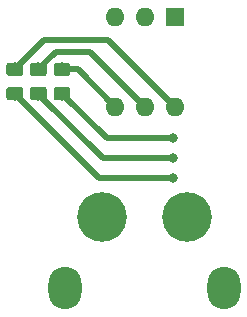
<source format=gbr>
G04 #@! TF.GenerationSoftware,KiCad,Pcbnew,5.0.2-bee76a0~70~ubuntu16.04.1*
G04 #@! TF.CreationDate,2019-11-03T02:02:15+01:00*
G04 #@! TF.ProjectId,lamp,6c616d70-2e6b-4696-9361-645f70636258,rev?*
G04 #@! TF.SameCoordinates,Original*
G04 #@! TF.FileFunction,Copper,L1,Top*
G04 #@! TF.FilePolarity,Positive*
%FSLAX46Y46*%
G04 Gerber Fmt 4.6, Leading zero omitted, Abs format (unit mm)*
G04 Created by KiCad (PCBNEW 5.0.2-bee76a0~70~ubuntu16.04.1) date Sun 03 Nov 2019 02:02:15 AM CET*
%MOMM*%
%LPD*%
G01*
G04 APERTURE LIST*
G04 #@! TA.AperFunction,ComponentPad*
%ADD10C,4.200000*%
G04 #@! TD*
G04 #@! TA.AperFunction,ComponentPad*
%ADD11O,2.800000X3.600000*%
G04 #@! TD*
G04 #@! TA.AperFunction,Conductor*
%ADD12C,0.100000*%
G04 #@! TD*
G04 #@! TA.AperFunction,SMDPad,CuDef*
%ADD13C,1.150000*%
G04 #@! TD*
G04 #@! TA.AperFunction,ComponentPad*
%ADD14R,1.600000X1.600000*%
G04 #@! TD*
G04 #@! TA.AperFunction,ComponentPad*
%ADD15O,1.600000X1.600000*%
G04 #@! TD*
G04 #@! TA.AperFunction,ViaPad*
%ADD16C,0.800000*%
G04 #@! TD*
G04 #@! TA.AperFunction,Conductor*
%ADD17C,0.500000*%
G04 #@! TD*
G04 APERTURE END LIST*
D10*
G04 #@! TO.P,J1,1*
G04 #@! TO.N,GND*
X91400000Y-100000000D03*
G04 #@! TO.P,J1,2*
G04 #@! TO.N,Net-(J1-Pad2)*
X98600000Y-100000000D03*
D11*
G04 #@! TO.P,J1,*
G04 #@! TO.N,*
X88250000Y-106000000D03*
X101750000Y-106000000D03*
G04 #@! TD*
D12*
G04 #@! TO.N,Net-(D1-Pad6)*
G04 #@! TO.C,R1*
G36*
X84474505Y-88951204D02*
X84498773Y-88954804D01*
X84522572Y-88960765D01*
X84545671Y-88969030D01*
X84567850Y-88979520D01*
X84588893Y-88992132D01*
X84608599Y-89006747D01*
X84626777Y-89023223D01*
X84643253Y-89041401D01*
X84657868Y-89061107D01*
X84670480Y-89082150D01*
X84680970Y-89104329D01*
X84689235Y-89127428D01*
X84695196Y-89151227D01*
X84698796Y-89175495D01*
X84700000Y-89199999D01*
X84700000Y-89850001D01*
X84698796Y-89874505D01*
X84695196Y-89898773D01*
X84689235Y-89922572D01*
X84680970Y-89945671D01*
X84670480Y-89967850D01*
X84657868Y-89988893D01*
X84643253Y-90008599D01*
X84626777Y-90026777D01*
X84608599Y-90043253D01*
X84588893Y-90057868D01*
X84567850Y-90070480D01*
X84545671Y-90080970D01*
X84522572Y-90089235D01*
X84498773Y-90095196D01*
X84474505Y-90098796D01*
X84450001Y-90100000D01*
X83549999Y-90100000D01*
X83525495Y-90098796D01*
X83501227Y-90095196D01*
X83477428Y-90089235D01*
X83454329Y-90080970D01*
X83432150Y-90070480D01*
X83411107Y-90057868D01*
X83391401Y-90043253D01*
X83373223Y-90026777D01*
X83356747Y-90008599D01*
X83342132Y-89988893D01*
X83329520Y-89967850D01*
X83319030Y-89945671D01*
X83310765Y-89922572D01*
X83304804Y-89898773D01*
X83301204Y-89874505D01*
X83300000Y-89850001D01*
X83300000Y-89199999D01*
X83301204Y-89175495D01*
X83304804Y-89151227D01*
X83310765Y-89127428D01*
X83319030Y-89104329D01*
X83329520Y-89082150D01*
X83342132Y-89061107D01*
X83356747Y-89041401D01*
X83373223Y-89023223D01*
X83391401Y-89006747D01*
X83411107Y-88992132D01*
X83432150Y-88979520D01*
X83454329Y-88969030D01*
X83477428Y-88960765D01*
X83501227Y-88954804D01*
X83525495Y-88951204D01*
X83549999Y-88950000D01*
X84450001Y-88950000D01*
X84474505Y-88951204D01*
X84474505Y-88951204D01*
G37*
D13*
G04 #@! TD*
G04 #@! TO.P,R1,1*
G04 #@! TO.N,Net-(D1-Pad6)*
X84000000Y-89525000D03*
D12*
G04 #@! TO.N,Net-(R1-Pad2)*
G04 #@! TO.C,R1*
G36*
X84474505Y-86901204D02*
X84498773Y-86904804D01*
X84522572Y-86910765D01*
X84545671Y-86919030D01*
X84567850Y-86929520D01*
X84588893Y-86942132D01*
X84608599Y-86956747D01*
X84626777Y-86973223D01*
X84643253Y-86991401D01*
X84657868Y-87011107D01*
X84670480Y-87032150D01*
X84680970Y-87054329D01*
X84689235Y-87077428D01*
X84695196Y-87101227D01*
X84698796Y-87125495D01*
X84700000Y-87149999D01*
X84700000Y-87800001D01*
X84698796Y-87824505D01*
X84695196Y-87848773D01*
X84689235Y-87872572D01*
X84680970Y-87895671D01*
X84670480Y-87917850D01*
X84657868Y-87938893D01*
X84643253Y-87958599D01*
X84626777Y-87976777D01*
X84608599Y-87993253D01*
X84588893Y-88007868D01*
X84567850Y-88020480D01*
X84545671Y-88030970D01*
X84522572Y-88039235D01*
X84498773Y-88045196D01*
X84474505Y-88048796D01*
X84450001Y-88050000D01*
X83549999Y-88050000D01*
X83525495Y-88048796D01*
X83501227Y-88045196D01*
X83477428Y-88039235D01*
X83454329Y-88030970D01*
X83432150Y-88020480D01*
X83411107Y-88007868D01*
X83391401Y-87993253D01*
X83373223Y-87976777D01*
X83356747Y-87958599D01*
X83342132Y-87938893D01*
X83329520Y-87917850D01*
X83319030Y-87895671D01*
X83310765Y-87872572D01*
X83304804Y-87848773D01*
X83301204Y-87824505D01*
X83300000Y-87800001D01*
X83300000Y-87149999D01*
X83301204Y-87125495D01*
X83304804Y-87101227D01*
X83310765Y-87077428D01*
X83319030Y-87054329D01*
X83329520Y-87032150D01*
X83342132Y-87011107D01*
X83356747Y-86991401D01*
X83373223Y-86973223D01*
X83391401Y-86956747D01*
X83411107Y-86942132D01*
X83432150Y-86929520D01*
X83454329Y-86919030D01*
X83477428Y-86910765D01*
X83501227Y-86904804D01*
X83525495Y-86901204D01*
X83549999Y-86900000D01*
X84450001Y-86900000D01*
X84474505Y-86901204D01*
X84474505Y-86901204D01*
G37*
D13*
G04 #@! TD*
G04 #@! TO.P,R1,2*
G04 #@! TO.N,Net-(R1-Pad2)*
X84000000Y-87475000D03*
D12*
G04 #@! TO.N,Net-(R2-Pad2)*
G04 #@! TO.C,R2*
G36*
X86474505Y-86901204D02*
X86498773Y-86904804D01*
X86522572Y-86910765D01*
X86545671Y-86919030D01*
X86567850Y-86929520D01*
X86588893Y-86942132D01*
X86608599Y-86956747D01*
X86626777Y-86973223D01*
X86643253Y-86991401D01*
X86657868Y-87011107D01*
X86670480Y-87032150D01*
X86680970Y-87054329D01*
X86689235Y-87077428D01*
X86695196Y-87101227D01*
X86698796Y-87125495D01*
X86700000Y-87149999D01*
X86700000Y-87800001D01*
X86698796Y-87824505D01*
X86695196Y-87848773D01*
X86689235Y-87872572D01*
X86680970Y-87895671D01*
X86670480Y-87917850D01*
X86657868Y-87938893D01*
X86643253Y-87958599D01*
X86626777Y-87976777D01*
X86608599Y-87993253D01*
X86588893Y-88007868D01*
X86567850Y-88020480D01*
X86545671Y-88030970D01*
X86522572Y-88039235D01*
X86498773Y-88045196D01*
X86474505Y-88048796D01*
X86450001Y-88050000D01*
X85549999Y-88050000D01*
X85525495Y-88048796D01*
X85501227Y-88045196D01*
X85477428Y-88039235D01*
X85454329Y-88030970D01*
X85432150Y-88020480D01*
X85411107Y-88007868D01*
X85391401Y-87993253D01*
X85373223Y-87976777D01*
X85356747Y-87958599D01*
X85342132Y-87938893D01*
X85329520Y-87917850D01*
X85319030Y-87895671D01*
X85310765Y-87872572D01*
X85304804Y-87848773D01*
X85301204Y-87824505D01*
X85300000Y-87800001D01*
X85300000Y-87149999D01*
X85301204Y-87125495D01*
X85304804Y-87101227D01*
X85310765Y-87077428D01*
X85319030Y-87054329D01*
X85329520Y-87032150D01*
X85342132Y-87011107D01*
X85356747Y-86991401D01*
X85373223Y-86973223D01*
X85391401Y-86956747D01*
X85411107Y-86942132D01*
X85432150Y-86929520D01*
X85454329Y-86919030D01*
X85477428Y-86910765D01*
X85501227Y-86904804D01*
X85525495Y-86901204D01*
X85549999Y-86900000D01*
X86450001Y-86900000D01*
X86474505Y-86901204D01*
X86474505Y-86901204D01*
G37*
D13*
G04 #@! TD*
G04 #@! TO.P,R2,2*
G04 #@! TO.N,Net-(R2-Pad2)*
X86000000Y-87475000D03*
D12*
G04 #@! TO.N,Net-(D1-Pad5)*
G04 #@! TO.C,R2*
G36*
X86474505Y-88951204D02*
X86498773Y-88954804D01*
X86522572Y-88960765D01*
X86545671Y-88969030D01*
X86567850Y-88979520D01*
X86588893Y-88992132D01*
X86608599Y-89006747D01*
X86626777Y-89023223D01*
X86643253Y-89041401D01*
X86657868Y-89061107D01*
X86670480Y-89082150D01*
X86680970Y-89104329D01*
X86689235Y-89127428D01*
X86695196Y-89151227D01*
X86698796Y-89175495D01*
X86700000Y-89199999D01*
X86700000Y-89850001D01*
X86698796Y-89874505D01*
X86695196Y-89898773D01*
X86689235Y-89922572D01*
X86680970Y-89945671D01*
X86670480Y-89967850D01*
X86657868Y-89988893D01*
X86643253Y-90008599D01*
X86626777Y-90026777D01*
X86608599Y-90043253D01*
X86588893Y-90057868D01*
X86567850Y-90070480D01*
X86545671Y-90080970D01*
X86522572Y-90089235D01*
X86498773Y-90095196D01*
X86474505Y-90098796D01*
X86450001Y-90100000D01*
X85549999Y-90100000D01*
X85525495Y-90098796D01*
X85501227Y-90095196D01*
X85477428Y-90089235D01*
X85454329Y-90080970D01*
X85432150Y-90070480D01*
X85411107Y-90057868D01*
X85391401Y-90043253D01*
X85373223Y-90026777D01*
X85356747Y-90008599D01*
X85342132Y-89988893D01*
X85329520Y-89967850D01*
X85319030Y-89945671D01*
X85310765Y-89922572D01*
X85304804Y-89898773D01*
X85301204Y-89874505D01*
X85300000Y-89850001D01*
X85300000Y-89199999D01*
X85301204Y-89175495D01*
X85304804Y-89151227D01*
X85310765Y-89127428D01*
X85319030Y-89104329D01*
X85329520Y-89082150D01*
X85342132Y-89061107D01*
X85356747Y-89041401D01*
X85373223Y-89023223D01*
X85391401Y-89006747D01*
X85411107Y-88992132D01*
X85432150Y-88979520D01*
X85454329Y-88969030D01*
X85477428Y-88960765D01*
X85501227Y-88954804D01*
X85525495Y-88951204D01*
X85549999Y-88950000D01*
X86450001Y-88950000D01*
X86474505Y-88951204D01*
X86474505Y-88951204D01*
G37*
D13*
G04 #@! TD*
G04 #@! TO.P,R2,1*
G04 #@! TO.N,Net-(D1-Pad5)*
X86000000Y-89525000D03*
D12*
G04 #@! TO.N,Net-(D1-Pad4)*
G04 #@! TO.C,R3*
G36*
X88474505Y-88951204D02*
X88498773Y-88954804D01*
X88522572Y-88960765D01*
X88545671Y-88969030D01*
X88567850Y-88979520D01*
X88588893Y-88992132D01*
X88608599Y-89006747D01*
X88626777Y-89023223D01*
X88643253Y-89041401D01*
X88657868Y-89061107D01*
X88670480Y-89082150D01*
X88680970Y-89104329D01*
X88689235Y-89127428D01*
X88695196Y-89151227D01*
X88698796Y-89175495D01*
X88700000Y-89199999D01*
X88700000Y-89850001D01*
X88698796Y-89874505D01*
X88695196Y-89898773D01*
X88689235Y-89922572D01*
X88680970Y-89945671D01*
X88670480Y-89967850D01*
X88657868Y-89988893D01*
X88643253Y-90008599D01*
X88626777Y-90026777D01*
X88608599Y-90043253D01*
X88588893Y-90057868D01*
X88567850Y-90070480D01*
X88545671Y-90080970D01*
X88522572Y-90089235D01*
X88498773Y-90095196D01*
X88474505Y-90098796D01*
X88450001Y-90100000D01*
X87549999Y-90100000D01*
X87525495Y-90098796D01*
X87501227Y-90095196D01*
X87477428Y-90089235D01*
X87454329Y-90080970D01*
X87432150Y-90070480D01*
X87411107Y-90057868D01*
X87391401Y-90043253D01*
X87373223Y-90026777D01*
X87356747Y-90008599D01*
X87342132Y-89988893D01*
X87329520Y-89967850D01*
X87319030Y-89945671D01*
X87310765Y-89922572D01*
X87304804Y-89898773D01*
X87301204Y-89874505D01*
X87300000Y-89850001D01*
X87300000Y-89199999D01*
X87301204Y-89175495D01*
X87304804Y-89151227D01*
X87310765Y-89127428D01*
X87319030Y-89104329D01*
X87329520Y-89082150D01*
X87342132Y-89061107D01*
X87356747Y-89041401D01*
X87373223Y-89023223D01*
X87391401Y-89006747D01*
X87411107Y-88992132D01*
X87432150Y-88979520D01*
X87454329Y-88969030D01*
X87477428Y-88960765D01*
X87501227Y-88954804D01*
X87525495Y-88951204D01*
X87549999Y-88950000D01*
X88450001Y-88950000D01*
X88474505Y-88951204D01*
X88474505Y-88951204D01*
G37*
D13*
G04 #@! TD*
G04 #@! TO.P,R3,1*
G04 #@! TO.N,Net-(D1-Pad4)*
X88000000Y-89525000D03*
D12*
G04 #@! TO.N,Net-(R3-Pad2)*
G04 #@! TO.C,R3*
G36*
X88474505Y-86901204D02*
X88498773Y-86904804D01*
X88522572Y-86910765D01*
X88545671Y-86919030D01*
X88567850Y-86929520D01*
X88588893Y-86942132D01*
X88608599Y-86956747D01*
X88626777Y-86973223D01*
X88643253Y-86991401D01*
X88657868Y-87011107D01*
X88670480Y-87032150D01*
X88680970Y-87054329D01*
X88689235Y-87077428D01*
X88695196Y-87101227D01*
X88698796Y-87125495D01*
X88700000Y-87149999D01*
X88700000Y-87800001D01*
X88698796Y-87824505D01*
X88695196Y-87848773D01*
X88689235Y-87872572D01*
X88680970Y-87895671D01*
X88670480Y-87917850D01*
X88657868Y-87938893D01*
X88643253Y-87958599D01*
X88626777Y-87976777D01*
X88608599Y-87993253D01*
X88588893Y-88007868D01*
X88567850Y-88020480D01*
X88545671Y-88030970D01*
X88522572Y-88039235D01*
X88498773Y-88045196D01*
X88474505Y-88048796D01*
X88450001Y-88050000D01*
X87549999Y-88050000D01*
X87525495Y-88048796D01*
X87501227Y-88045196D01*
X87477428Y-88039235D01*
X87454329Y-88030970D01*
X87432150Y-88020480D01*
X87411107Y-88007868D01*
X87391401Y-87993253D01*
X87373223Y-87976777D01*
X87356747Y-87958599D01*
X87342132Y-87938893D01*
X87329520Y-87917850D01*
X87319030Y-87895671D01*
X87310765Y-87872572D01*
X87304804Y-87848773D01*
X87301204Y-87824505D01*
X87300000Y-87800001D01*
X87300000Y-87149999D01*
X87301204Y-87125495D01*
X87304804Y-87101227D01*
X87310765Y-87077428D01*
X87319030Y-87054329D01*
X87329520Y-87032150D01*
X87342132Y-87011107D01*
X87356747Y-86991401D01*
X87373223Y-86973223D01*
X87391401Y-86956747D01*
X87411107Y-86942132D01*
X87432150Y-86929520D01*
X87454329Y-86919030D01*
X87477428Y-86910765D01*
X87501227Y-86904804D01*
X87525495Y-86901204D01*
X87549999Y-86900000D01*
X88450001Y-86900000D01*
X88474505Y-86901204D01*
X88474505Y-86901204D01*
G37*
D13*
G04 #@! TD*
G04 #@! TO.P,R3,2*
G04 #@! TO.N,Net-(R3-Pad2)*
X88000000Y-87475000D03*
D14*
G04 #@! TO.P,SW1,1*
G04 #@! TO.N,Net-(J1-Pad2)*
X97540000Y-83000000D03*
D15*
G04 #@! TO.P,SW1,4*
G04 #@! TO.N,Net-(R3-Pad2)*
X92460000Y-90620000D03*
G04 #@! TO.P,SW1,2*
G04 #@! TO.N,Net-(J1-Pad2)*
X95000000Y-83000000D03*
G04 #@! TO.P,SW1,5*
G04 #@! TO.N,Net-(R2-Pad2)*
X95000000Y-90620000D03*
G04 #@! TO.P,SW1,3*
G04 #@! TO.N,Net-(J1-Pad2)*
X92460000Y-83000000D03*
G04 #@! TO.P,SW1,6*
G04 #@! TO.N,Net-(R1-Pad2)*
X97540000Y-90620000D03*
G04 #@! TD*
D16*
G04 #@! TO.N,Net-(D1-Pad4)*
X97400000Y-93300000D03*
G04 #@! TO.N,Net-(D1-Pad5)*
X97400000Y-95000000D03*
G04 #@! TO.N,Net-(D1-Pad6)*
X97400000Y-96700000D03*
G04 #@! TD*
D17*
G04 #@! TO.N,Net-(D1-Pad4)*
X91775000Y-93300000D02*
X88000000Y-89525000D01*
X97400000Y-93300000D02*
X91775000Y-93300000D01*
G04 #@! TO.N,Net-(D1-Pad5)*
X91475000Y-95000000D02*
X86000000Y-89525000D01*
X97400000Y-95000000D02*
X91475000Y-95000000D01*
G04 #@! TO.N,Net-(D1-Pad6)*
X91175000Y-96700000D02*
X84000000Y-89525000D01*
X97400000Y-96700000D02*
X91175000Y-96700000D01*
G04 #@! TO.N,Net-(R1-Pad2)*
X96740001Y-89820001D02*
X97540000Y-90620000D01*
X91920000Y-85000000D02*
X96740001Y-89820001D01*
X86475000Y-85000000D02*
X91920000Y-85000000D01*
X84000000Y-87475000D02*
X86475000Y-85000000D01*
G04 #@! TO.N,Net-(R2-Pad2)*
X94200001Y-89820001D02*
X95000000Y-90620000D01*
X87475000Y-86000000D02*
X90380000Y-86000000D01*
X86000000Y-87475000D02*
X87475000Y-86000000D01*
X90380000Y-86000000D02*
X94200001Y-89820001D01*
G04 #@! TO.N,Net-(R3-Pad2)*
X89315000Y-87475000D02*
X92460000Y-90620000D01*
X88000000Y-87475000D02*
X89315000Y-87475000D01*
G04 #@! TD*
M02*

</source>
